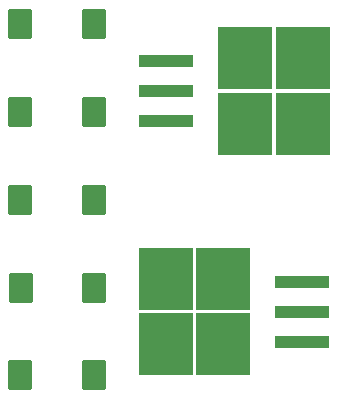
<source format=gtp>
%TF.GenerationSoftware,KiCad,Pcbnew,(6.0.2)*%
%TF.CreationDate,2022-02-24T16:18:32+02:00*%
%TF.ProjectId,PowerPCB,506f7765-7250-4434-922e-6b696361645f,rev?*%
%TF.SameCoordinates,Original*%
%TF.FileFunction,Paste,Top*%
%TF.FilePolarity,Positive*%
%FSLAX46Y46*%
G04 Gerber Fmt 4.6, Leading zero omitted, Abs format (unit mm)*
G04 Created by KiCad (PCBNEW (6.0.2)) date 2022-02-24 16:18:32*
%MOMM*%
%LPD*%
G01*
G04 APERTURE LIST*
G04 Aperture macros list*
%AMRoundRect*
0 Rectangle with rounded corners*
0 $1 Rounding radius*
0 $2 $3 $4 $5 $6 $7 $8 $9 X,Y pos of 4 corners*
0 Add a 4 corners polygon primitive as box body*
4,1,4,$2,$3,$4,$5,$6,$7,$8,$9,$2,$3,0*
0 Add four circle primitives for the rounded corners*
1,1,$1+$1,$2,$3*
1,1,$1+$1,$4,$5*
1,1,$1+$1,$6,$7*
1,1,$1+$1,$8,$9*
0 Add four rect primitives between the rounded corners*
20,1,$1+$1,$2,$3,$4,$5,0*
20,1,$1+$1,$4,$5,$6,$7,0*
20,1,$1+$1,$6,$7,$8,$9,0*
20,1,$1+$1,$8,$9,$2,$3,0*%
G04 Aperture macros list end*
%ADD10R,4.550000X5.250000*%
%ADD11R,4.600000X1.100000*%
%ADD12RoundRect,0.250000X0.787500X1.025000X-0.787500X1.025000X-0.787500X-1.025000X0.787500X-1.025000X0*%
G04 APERTURE END LIST*
D10*
X157050000Y-84575000D03*
X152200000Y-84575000D03*
X152200000Y-90125000D03*
X157050000Y-90125000D03*
D11*
X163775000Y-89890000D03*
X163775000Y-87350000D03*
X163775000Y-84810000D03*
X152225000Y-71190000D03*
X152225000Y-68650000D03*
X152225000Y-66110000D03*
D10*
X158950000Y-65875000D03*
X163800000Y-65875000D03*
X163800000Y-71425000D03*
X158950000Y-71425000D03*
D12*
X139887500Y-92750000D03*
X146112500Y-92750000D03*
X146157500Y-85312500D03*
X139932500Y-85312500D03*
X139887500Y-77875000D03*
X146112500Y-77875000D03*
X139887500Y-63000000D03*
X146112500Y-63000000D03*
X146112500Y-70437500D03*
X139887500Y-70437500D03*
M02*

</source>
